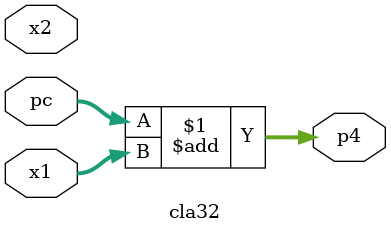
<source format=v>
module cla32 (pc,x1,x2,p4);
   input [31:0] pc;
   input [31:0] x1,x2;
   
   output [31:0] p4;
   
   assign p4 = pc + x1;//32'h4;   
   
   
endmodule 

//cla32 pcplus4 (pc,32��h4, 1��b0,p4);
//cla32 br_adr (p4,offset,1��b0,adr);
</source>
